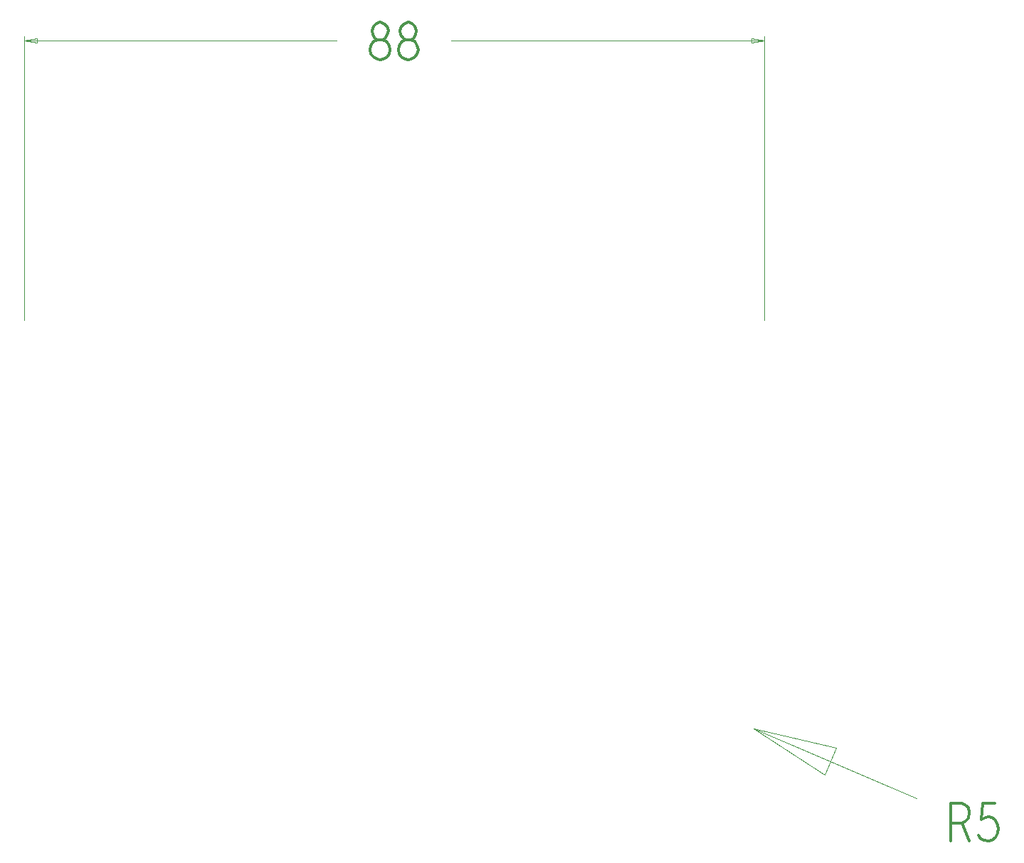
<source format=gbr>
G04 ================== begin FILE IDENTIFICATION RECORD ==================*
G04 Layout Name:  H:/JJL/PROJ/GS-Respeaker-Adapter/DESIGN/Adapter-Rev01.brd*
G04 Film Name:    SixMicAdapter-SLOTS_HOLES_DIMS-20200424*
G04 File Format:  Gerber RS274X*
G04 File Origin:  Cadence Allegro 16.6-2015-S108*
G04 Origin Date:  Fri Apr 24 13:42:38 2020*
G04 *
G04 Layer:  MANUFACTURING/LAYER_DETAIL*
G04 Layer:  MANUFACTURING/FAB_NOTES*
G04 Layer:  MANUFACTURING/FAB_FILM*
G04 Layer:  MANUFACTURING/ALL_FILM*
G04 Layer:  ETCH/WIRE*
G04 Layer:  BOARD GEOMETRY/DIMENSION*
G04 Layer:  BOARD GEOMETRY/SLOT_HOLES*
G04 Layer:  BOARD GEOMETRY/DEPTH_ROUTE*
G04 Layer:  BOARD GEOMETRY/PANEL*
G04 *
G04 Offset:    (0.0000 0.0000)*
G04 Mirror:    No*
G04 Mode:      Positive*
G04 Rotation:  0*
G04 FullContactRelief:  No*
G04 UndefLineWidth:     0.0010*
G04 ================== end FILE IDENTIFICATION RECORD ====================*
%FSLAX35Y35*MOMM*%
%IR0*IPPOS*OFA0.00000B0.00000*MIA0B0*SFA1.00000B1.00000*%
%ADD10C,.3*%
%ADD11C,.001*%
G75*
%LPD*%
G75*
G54D10*
G01X-167000Y5375000D02*
X-129200Y5382500D01*
X-86000Y5404990D01*
X-59000Y5442490D01*
X-48200Y5495000D01*
X-59000Y5547490D01*
X-91400Y5592490D01*
X-140000Y5615000D01*
X-194000D01*
X-226400Y5630000D01*
X-253410Y5667490D01*
X-264200Y5719990D01*
X-248000Y5772500D01*
X-210210Y5810000D01*
X-167000Y5825000D01*
X-123800Y5810000D01*
X-86000Y5772500D01*
X-69800Y5719990D01*
X-80600Y5667490D01*
X-107600Y5630000D01*
X-140000Y5615000D01*
X-194000D01*
X-242600Y5592490D01*
X-275000Y5547490D01*
X-285800Y5495000D01*
X-275000Y5442490D01*
X-248000Y5404990D01*
X-204800Y5382500D01*
X-167000Y5375000D01*
G01X167000D02*
X204800Y5382500D01*
X248000Y5404990D01*
X275000Y5442490D01*
X285800Y5495000D01*
X275000Y5547490D01*
X242600Y5592490D01*
X194000Y5615000D01*
X140000D01*
X107600Y5630000D01*
X80590Y5667490D01*
X69800Y5719990D01*
X86000Y5772500D01*
X123790Y5810000D01*
X167000Y5825000D01*
X210200Y5810000D01*
X248000Y5772500D01*
X264200Y5719990D01*
X253400Y5667490D01*
X226400Y5630000D01*
X194000Y5615000D01*
X140000D01*
X91400Y5592490D01*
X59000Y5547490D01*
X48200Y5495000D01*
X59000Y5442490D01*
X86000Y5404990D01*
X129200Y5382500D01*
X167000Y5375000D01*
G01X6625000Y-3925000D02*
Y-3475000D01*
X6760000D01*
X6803200Y-3497510D01*
X6830200Y-3527500D01*
X6841000Y-3587500D01*
X6830200Y-3647500D01*
X6797800Y-3685000D01*
X6760000Y-3707510D01*
X6625000D01*
G01X6760000D02*
X6841000Y-3925000D01*
G01X6948200Y-3857510D02*
X6980590Y-3895010D01*
X7018400Y-3917500D01*
X7067000Y-3925000D01*
X7115600Y-3910000D01*
X7153400Y-3880010D01*
X7180400Y-3827510D01*
X7185800Y-3767510D01*
X7175000Y-3707510D01*
X7148000Y-3670000D01*
X7110200Y-3640010D01*
X7072400Y-3632510D01*
X7034600Y-3640010D01*
X6986000Y-3670000D01*
X7002200Y-3475000D01*
X7148000D01*
G54D11*
G01X-4400000Y2276660D02*
Y5650000D01*
G01X-4250000Y5625000D02*
X-4400000Y5600000D01*
X-4250000Y5575000D01*
Y5625000D01*
G01X-681500Y5600000D02*
X-4400000D01*
G01X681500D02*
X4400000D01*
G01X4272980Y-2584650D02*
X6218500Y-3410660D01*
G01X5261840Y-2814380D02*
X4272980Y-2584650D01*
X5125060Y-3136540D01*
X5261840Y-2814380D01*
G01X4400000Y2276660D02*
Y5650000D01*
G01X4250000Y5575000D02*
X4400000Y5600000D01*
X4250000Y5625000D01*
Y5575000D01*
M02*

</source>
